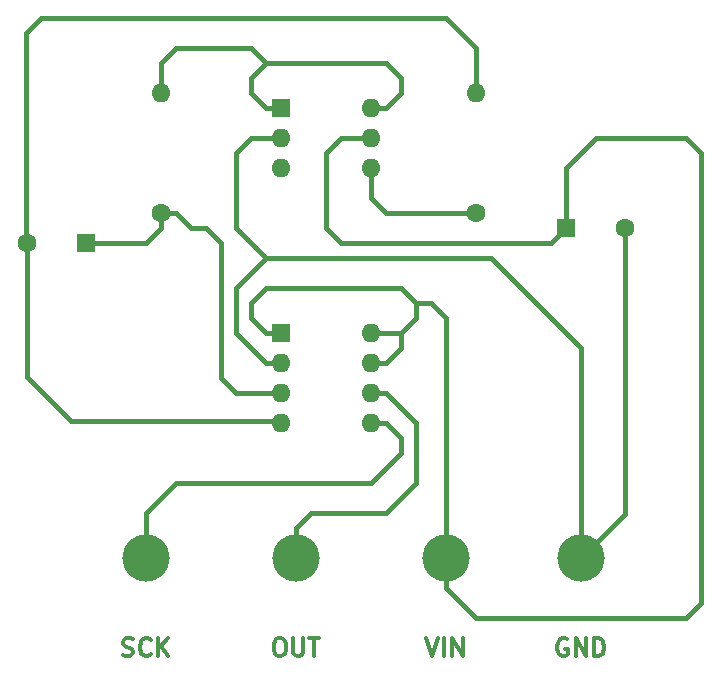
<source format=gbr>
%TF.GenerationSoftware,KiCad,Pcbnew,5.1.9+dfsg1-1*%
%TF.CreationDate,2021-04-23T23:23:42+05:30*%
%TF.ProjectId,HX710mod,48583731-306d-46f6-942e-6b696361645f,rev?*%
%TF.SameCoordinates,Original*%
%TF.FileFunction,Copper,L1,Top*%
%TF.FilePolarity,Positive*%
%FSLAX46Y46*%
G04 Gerber Fmt 4.6, Leading zero omitted, Abs format (unit mm)*
G04 Created by KiCad (PCBNEW 5.1.9+dfsg1-1) date 2021-04-23 23:23:42*
%MOMM*%
%LPD*%
G01*
G04 APERTURE LIST*
%TA.AperFunction,NonConductor*%
%ADD10C,0.300000*%
%TD*%
%TA.AperFunction,ComponentPad*%
%ADD11C,4.000000*%
%TD*%
%TA.AperFunction,ComponentPad*%
%ADD12C,1.600000*%
%TD*%
%TA.AperFunction,ComponentPad*%
%ADD13R,1.600000X1.600000*%
%TD*%
%TA.AperFunction,ComponentPad*%
%ADD14O,1.600000X1.600000*%
%TD*%
%TA.AperFunction,Conductor*%
%ADD15C,0.400000*%
%TD*%
G04 APERTURE END LIST*
D10*
X111887142Y-97040000D02*
X111744285Y-96968571D01*
X111530000Y-96968571D01*
X111315714Y-97040000D01*
X111172857Y-97182857D01*
X111101428Y-97325714D01*
X111030000Y-97611428D01*
X111030000Y-97825714D01*
X111101428Y-98111428D01*
X111172857Y-98254285D01*
X111315714Y-98397142D01*
X111530000Y-98468571D01*
X111672857Y-98468571D01*
X111887142Y-98397142D01*
X111958571Y-98325714D01*
X111958571Y-97825714D01*
X111672857Y-97825714D01*
X112601428Y-98468571D02*
X112601428Y-96968571D01*
X113458571Y-98468571D01*
X113458571Y-96968571D01*
X114172857Y-98468571D02*
X114172857Y-96968571D01*
X114530000Y-96968571D01*
X114744285Y-97040000D01*
X114887142Y-97182857D01*
X114958571Y-97325714D01*
X115030000Y-97611428D01*
X115030000Y-97825714D01*
X114958571Y-98111428D01*
X114887142Y-98254285D01*
X114744285Y-98397142D01*
X114530000Y-98468571D01*
X114172857Y-98468571D01*
X99957142Y-96968571D02*
X100457142Y-98468571D01*
X100957142Y-96968571D01*
X101457142Y-98468571D02*
X101457142Y-96968571D01*
X102171428Y-98468571D02*
X102171428Y-96968571D01*
X103028571Y-98468571D01*
X103028571Y-96968571D01*
X87400000Y-96968571D02*
X87685714Y-96968571D01*
X87828571Y-97040000D01*
X87971428Y-97182857D01*
X88042857Y-97468571D01*
X88042857Y-97968571D01*
X87971428Y-98254285D01*
X87828571Y-98397142D01*
X87685714Y-98468571D01*
X87400000Y-98468571D01*
X87257142Y-98397142D01*
X87114285Y-98254285D01*
X87042857Y-97968571D01*
X87042857Y-97468571D01*
X87114285Y-97182857D01*
X87257142Y-97040000D01*
X87400000Y-96968571D01*
X88685714Y-96968571D02*
X88685714Y-98182857D01*
X88757142Y-98325714D01*
X88828571Y-98397142D01*
X88971428Y-98468571D01*
X89257142Y-98468571D01*
X89400000Y-98397142D01*
X89471428Y-98325714D01*
X89542857Y-98182857D01*
X89542857Y-96968571D01*
X90042857Y-96968571D02*
X90900000Y-96968571D01*
X90471428Y-98468571D02*
X90471428Y-96968571D01*
X74271428Y-98397142D02*
X74485714Y-98468571D01*
X74842857Y-98468571D01*
X74985714Y-98397142D01*
X75057142Y-98325714D01*
X75128571Y-98182857D01*
X75128571Y-98040000D01*
X75057142Y-97897142D01*
X74985714Y-97825714D01*
X74842857Y-97754285D01*
X74557142Y-97682857D01*
X74414285Y-97611428D01*
X74342857Y-97540000D01*
X74271428Y-97397142D01*
X74271428Y-97254285D01*
X74342857Y-97111428D01*
X74414285Y-97040000D01*
X74557142Y-96968571D01*
X74914285Y-96968571D01*
X75128571Y-97040000D01*
X76628571Y-98325714D02*
X76557142Y-98397142D01*
X76342857Y-98468571D01*
X76200000Y-98468571D01*
X75985714Y-98397142D01*
X75842857Y-98254285D01*
X75771428Y-98111428D01*
X75700000Y-97825714D01*
X75700000Y-97611428D01*
X75771428Y-97325714D01*
X75842857Y-97182857D01*
X75985714Y-97040000D01*
X76200000Y-96968571D01*
X76342857Y-96968571D01*
X76557142Y-97040000D01*
X76628571Y-97111428D01*
X77271428Y-98468571D02*
X77271428Y-96968571D01*
X78128571Y-98468571D02*
X77485714Y-97611428D01*
X78128571Y-96968571D02*
X77271428Y-97825714D01*
D11*
%TO.P,GND,1*%
%TO.N,N/C*%
X113030000Y-90170000D03*
%TD*%
%TO.P,VIN,1*%
%TO.N,N/C*%
X101600000Y-90170000D03*
%TD*%
%TO.P,OUT,1*%
%TO.N,N/C*%
X88900000Y-90170000D03*
%TD*%
%TO.P,SCK,1*%
%TO.N,N/C*%
X76200000Y-90170000D03*
%TD*%
D12*
%TO.P,REF\u002A\u002A,2*%
%TO.N,N/C*%
X66120000Y-63500000D03*
D13*
%TO.P,REF\u002A\u002A,1*%
X71120000Y-63500000D03*
%TD*%
%TO.P,REF\u002A\u002A,1*%
%TO.N,N/C*%
X111760000Y-62230000D03*
D12*
%TO.P,REF\u002A\u002A,2*%
X116760000Y-62230000D03*
%TD*%
%TO.P,REF\u002A\u002A,1*%
%TO.N,N/C*%
X104140000Y-60960000D03*
D14*
%TO.P,REF\u002A\u002A,2*%
X104140000Y-50800000D03*
%TD*%
D12*
%TO.P,REF\u002A\u002A,1*%
%TO.N,N/C*%
X77470000Y-60960000D03*
D14*
%TO.P,REF\u002A\u002A,2*%
X77470000Y-50800000D03*
%TD*%
D13*
%TO.P,REF\u002A\u002A,1*%
%TO.N,N/C*%
X87630000Y-71120000D03*
D14*
%TO.P,REF\u002A\u002A,5*%
X95250000Y-78740000D03*
%TO.P,REF\u002A\u002A,2*%
X87630000Y-73660000D03*
%TO.P,REF\u002A\u002A,6*%
X95250000Y-76200000D03*
%TO.P,REF\u002A\u002A,3*%
X87630000Y-76200000D03*
%TO.P,REF\u002A\u002A,7*%
X95250000Y-73660000D03*
%TO.P,REF\u002A\u002A,4*%
X87630000Y-78740000D03*
%TO.P,REF\u002A\u002A,8*%
X95250000Y-71120000D03*
%TD*%
%TO.P,REF\u002A\u002A,6*%
%TO.N,N/C*%
X95250000Y-52070000D03*
%TO.P,REF\u002A\u002A,3*%
X87630000Y-57150000D03*
%TO.P,REF\u002A\u002A,5*%
X95250000Y-54610000D03*
%TO.P,REF\u002A\u002A,2*%
X87630000Y-54610000D03*
%TO.P,REF\u002A\u002A,4*%
X95250000Y-57150000D03*
D13*
%TO.P,REF\u002A\u002A,1*%
X87630000Y-52070000D03*
%TD*%
D15*
%TO.N,*%
X87630000Y-52070000D02*
X86360000Y-52070000D01*
X86360000Y-52070000D02*
X85090000Y-50800000D01*
X85090000Y-50800000D02*
X85090000Y-49530000D01*
X85090000Y-49530000D02*
X86360000Y-48260000D01*
X86360000Y-48260000D02*
X96520000Y-48260000D01*
X96520000Y-48260000D02*
X97790000Y-49530000D01*
X97790000Y-49530000D02*
X97790000Y-50800000D01*
X97790000Y-50800000D02*
X96520000Y-52070000D01*
X96520000Y-52070000D02*
X95250000Y-52070000D01*
X85090000Y-46990000D02*
X86360000Y-48260000D01*
X78740000Y-46990000D02*
X85090000Y-46990000D01*
X77470000Y-48260000D02*
X78740000Y-46990000D01*
X77470000Y-50800000D02*
X77470000Y-48260000D01*
X77470000Y-60960000D02*
X78740000Y-60960000D01*
X78740000Y-60960000D02*
X80010000Y-62230000D01*
X95250000Y-57150000D02*
X95250000Y-59690000D01*
X96520000Y-60960000D02*
X104140000Y-60960000D01*
X95250000Y-59690000D02*
X96520000Y-60960000D01*
X87630000Y-71120000D02*
X86360000Y-71120000D01*
X86360000Y-71120000D02*
X85090000Y-69850000D01*
X85090000Y-69850000D02*
X85090000Y-68580000D01*
X85090000Y-68580000D02*
X86360000Y-67310000D01*
X86360000Y-67310000D02*
X97790000Y-67310000D01*
X97790000Y-67310000D02*
X99060000Y-68580000D01*
X99060000Y-68580000D02*
X99060000Y-69850000D01*
X99060000Y-69850000D02*
X97790000Y-71120000D01*
X97790000Y-71120000D02*
X95250000Y-71120000D01*
X97790000Y-71120000D02*
X97790000Y-72390000D01*
X97790000Y-72390000D02*
X96520000Y-73660000D01*
X96520000Y-73660000D02*
X95250000Y-73660000D01*
X95250000Y-78740000D02*
X96520000Y-78740000D01*
X96520000Y-78740000D02*
X97790000Y-80010000D01*
X97790000Y-80010000D02*
X97790000Y-81280000D01*
X97790000Y-81280000D02*
X95250000Y-83820000D01*
X90170000Y-86360000D02*
X88900000Y-87630000D01*
X88900000Y-87630000D02*
X88900000Y-90170000D01*
X96520000Y-86360000D02*
X90170000Y-86360000D01*
X99060000Y-78740000D02*
X99060000Y-83820000D01*
X96520000Y-76200000D02*
X99060000Y-78740000D01*
X99060000Y-83820000D02*
X96520000Y-86360000D01*
X95250000Y-76200000D02*
X96520000Y-76200000D01*
X80010000Y-62230000D02*
X81280000Y-62230000D01*
X81280000Y-62230000D02*
X82550000Y-63500000D01*
X82550000Y-63500000D02*
X82550000Y-74930000D01*
X82550000Y-74930000D02*
X83820000Y-76200000D01*
X83820000Y-76200000D02*
X87630000Y-76200000D01*
X83820000Y-71120000D02*
X83820000Y-67310000D01*
X86360000Y-73660000D02*
X83820000Y-71120000D01*
X83820000Y-67310000D02*
X86360000Y-64770000D01*
X87630000Y-73660000D02*
X86360000Y-73660000D01*
X87630000Y-54610000D02*
X85090000Y-54610000D01*
X85090000Y-54610000D02*
X83820000Y-55880000D01*
X83820000Y-55880000D02*
X83820000Y-62230000D01*
X83820000Y-62230000D02*
X86360000Y-64770000D01*
X99060000Y-68580000D02*
X100330000Y-68580000D01*
X101600000Y-69850000D02*
X101600000Y-76200000D01*
X100330000Y-68580000D02*
X101600000Y-69850000D01*
X101600000Y-76200000D02*
X101600000Y-90170000D01*
X121920000Y-95250000D02*
X104140000Y-95250000D01*
X123190000Y-93980000D02*
X121920000Y-95250000D01*
X101600000Y-92710000D02*
X101600000Y-90170000D01*
X123190000Y-55880000D02*
X123190000Y-93980000D01*
X121920000Y-54610000D02*
X123190000Y-55880000D01*
X104140000Y-95250000D02*
X101600000Y-92710000D01*
X114300000Y-54610000D02*
X121920000Y-54610000D01*
X111760000Y-57150000D02*
X114300000Y-54610000D01*
X111760000Y-62230000D02*
X111760000Y-57150000D01*
X110490000Y-63500000D02*
X111760000Y-62230000D01*
X92710000Y-63500000D02*
X110490000Y-63500000D01*
X91440000Y-62230000D02*
X92710000Y-63500000D01*
X91440000Y-55880000D02*
X91440000Y-62230000D01*
X92710000Y-54610000D02*
X91440000Y-55880000D01*
X95250000Y-54610000D02*
X92710000Y-54610000D01*
X113030000Y-72390000D02*
X113030000Y-90170000D01*
X105410000Y-64770000D02*
X113030000Y-72390000D01*
X86360000Y-64770000D02*
X105410000Y-64770000D01*
X77470000Y-60960000D02*
X77470000Y-62230000D01*
X77470000Y-62230000D02*
X76200000Y-63500000D01*
X76200000Y-63500000D02*
X71120000Y-63500000D01*
X67310000Y-44450000D02*
X66040000Y-45720000D01*
X66040000Y-63420000D02*
X66120000Y-63500000D01*
X66040000Y-45720000D02*
X66040000Y-63420000D01*
X101600000Y-44450000D02*
X67310000Y-44450000D01*
X104140000Y-46990000D02*
X101600000Y-44450000D01*
X104140000Y-50800000D02*
X104140000Y-46990000D01*
X87470000Y-78580000D02*
X87630000Y-78740000D01*
X69850000Y-78580000D02*
X87470000Y-78580000D01*
X66120000Y-74850000D02*
X69850000Y-78580000D01*
X66120000Y-63500000D02*
X66120000Y-74850000D01*
X116760000Y-86440000D02*
X113030000Y-90170000D01*
X116760000Y-62230000D02*
X116760000Y-86440000D01*
X95250000Y-83820000D02*
X78740000Y-83820000D01*
X76200000Y-86360000D02*
X76200000Y-90170000D01*
X78740000Y-83820000D02*
X76200000Y-86360000D01*
%TD*%
M02*

</source>
